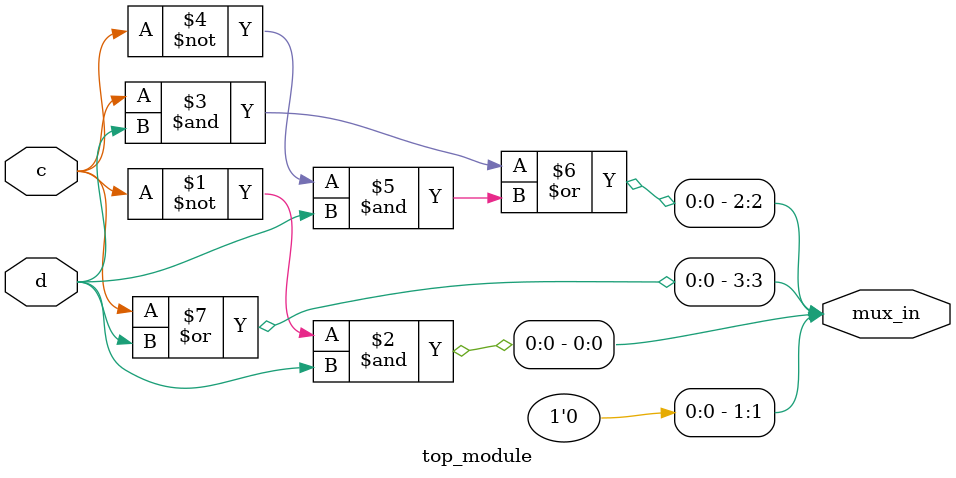
<source format=sv>
module top_module (
    input c,
    input d,
    output [3:0] mux_in
);

    assign mux_in[0] = ~c & d;      // cd = 00 -> 4-to-1 mux input 0
    assign mux_in[1] = 0;           // cd = 01 -> 4-to-1 mux input 1
    assign mux_in[2] = (c & d) | (~c & d); // cd = 11 -> 4-to-1 mux input 2
    assign mux_in[3] = c | d;       // cd = 10 -> 4-to-1 mux input 3

endmodule

</source>
